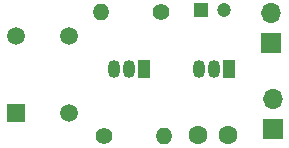
<source format=gbr>
%TF.GenerationSoftware,KiCad,Pcbnew,(5.1.12)-1*%
%TF.CreationDate,2023-08-19T11:40:11+05:30*%
%TF.ProjectId,burglar,62757267-6c61-4722-9e6b-696361645f70,rev?*%
%TF.SameCoordinates,Original*%
%TF.FileFunction,Soldermask,Bot*%
%TF.FilePolarity,Negative*%
%FSLAX46Y46*%
G04 Gerber Fmt 4.6, Leading zero omitted, Abs format (unit mm)*
G04 Created by KiCad (PCBNEW (5.1.12)-1) date 2023-08-19 11:40:11*
%MOMM*%
%LPD*%
G01*
G04 APERTURE LIST*
%ADD10C,1.498000*%
%ADD11R,1.498000X1.498000*%
%ADD12O,1.400000X1.400000*%
%ADD13C,1.400000*%
%ADD14O,1.050000X1.500000*%
%ADD15R,1.050000X1.500000*%
%ADD16O,1.700000X1.700000*%
%ADD17R,1.700000X1.700000*%
%ADD18R,1.200000X1.200000*%
%ADD19C,1.200000*%
%ADD20C,1.600000*%
G04 APERTURE END LIST*
D10*
%TO.C,S1*%
X113650000Y-105200000D03*
X113650000Y-111700000D03*
X109150000Y-105200000D03*
D11*
X109150000Y-111700000D03*
%TD*%
D12*
%TO.C,R2*%
X121680000Y-113600000D03*
D13*
X116600000Y-113600000D03*
%TD*%
D12*
%TO.C,R1*%
X116370000Y-103150000D03*
D13*
X121450000Y-103150000D03*
%TD*%
D14*
%TO.C,Q2*%
X125930000Y-108000000D03*
X124660000Y-108000000D03*
D15*
X127200000Y-108000000D03*
%TD*%
D14*
%TO.C,Q1*%
X118730000Y-108000000D03*
X117460000Y-108000000D03*
D15*
X120000000Y-108000000D03*
%TD*%
D16*
%TO.C,LS1*%
X130900000Y-110460000D03*
D17*
X130900000Y-113000000D03*
%TD*%
D18*
%TO.C,C2*%
X124800000Y-103000000D03*
D19*
X126800000Y-103000000D03*
%TD*%
D20*
%TO.C,C1*%
X127100000Y-113550000D03*
X124600000Y-113550000D03*
%TD*%
D17*
%TO.C,BT1*%
X130800000Y-105800000D03*
D16*
X130800000Y-103260000D03*
%TD*%
M02*

</source>
